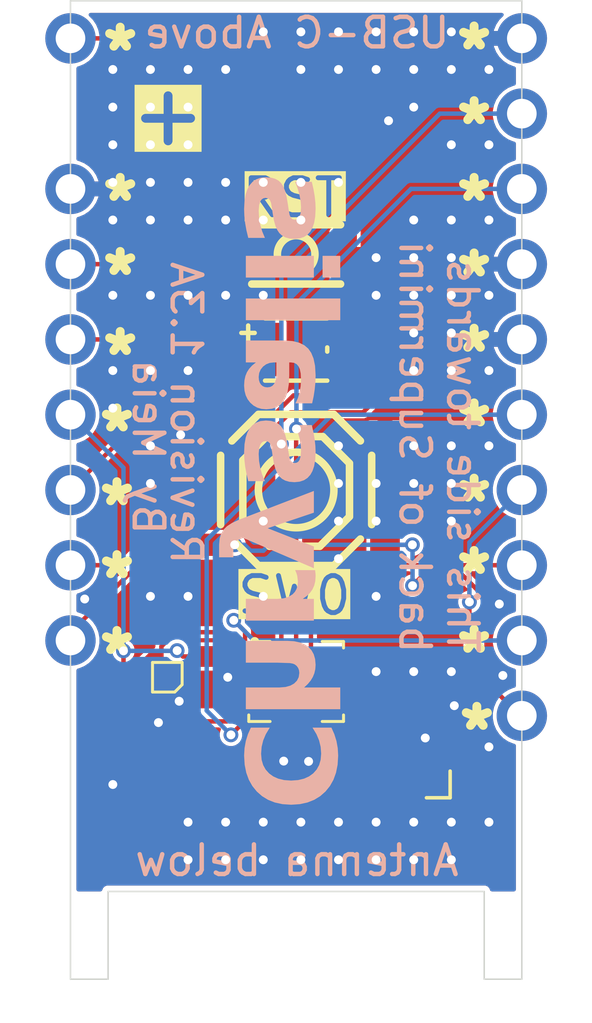
<source format=kicad_pcb>
(kicad_pcb (version 20241229) (generator "pcbnew") (generator_version "9.0")
  (layers (0 "F.Cu" signal) (2 "B.Cu" signal) (13 "F.Paste" user) (15 "B.Paste" user) (5 "F.SilkS" user "F.Silkscreen") (7 "B.SilkS" user "B.Silkscreen") (1 "F.Mask" user) (3 "B.Mask" user) (25 "Edge.Cuts" user))
  (net 0 "")
  (net 1 "MOSI")
  (net 2 "GND")
  (net 3 "MISO")
  (net 4 "INT")
  (net 5 "+VCC_GPIO")
  (net 6 "SW0")
  (net 7 "CLK_CTL")
  (net 8 "CS")
  (net 9 "SCK")
  (net 10 "RST")
  (net 11 "+BATT")
  (net 12 "CLK")
  (net 14 "SCX")
  (net 16 "SDX")
  (net 18 "+VCC")
  (net 19 "Net-(D1-BK)")
  (net 20 "Net-(D1-RK)")
  (net 21 "Net-(D1-GK)")
  (net 22 "R")
  (net 23 "G")
  (net 24 "B")
  (footprint "Chrysalis Footprints:IMU" (layer "F.Cu") (at 105 66.4625)
    (property "Reference" "U3" (hide yes))
    (property "Value" "ICM45686" (hide yes))
    (fp_line (start -1.6 1.35) (end -1.6 1.13) (stroke (width 0.1)) (layer "F.SilkS"))
    (fp_line (start -1.6 1.35) (end -0.88 1.35) (stroke (width 0.1)) (layer "F.SilkS"))
    (fp_line (start -1.4 -1.35) (end -0.88 -1.35) (stroke (width 0.1)) (layer "F.SilkS"))
    (fp_line (start 0.88 -1.35) (end 1.6 -1.35) (stroke (width 0.1)) (layer "F.SilkS"))
    (fp_line (start 1.6 -1.35) (end 1.6 -1.13) (stroke (width 0.1)) (layer "F.SilkS"))
    (fp_line (start 1.6 1.13) (end 1.6 1.35) (stroke (width 0.1)) (layer "F.SilkS"))
    (fp_line (start 1.6 1.35) (end 0.88 1.35) (stroke (width 0.1)) (layer "F.SilkS"))
    (fp_circle (center -1.4 -1.35) (end -1.3 -1.35) (stroke (width 0.1)) (fill yes) (layer "F.SilkS"))
    (pad "1" smd rect (at -1.1625 -0.75) (size 0.475 0.25) (layers "F.Cu" "F.Mask" "F.Paste") (net 3 "MISO"))
    (pad "2" smd rect (at -1.1625 -0.25) (size 0.475 0.25) (layers "F.Cu" "F.Mask" "F.Paste") (net 16 "SDX"))
    (pad "3" smd rect (at -1.1625 0.25) (size 0.475 0.25) (layers "F.Cu" "F.Mask" "F.Paste") (net 14 "SCX"))
    (pad "4" smd rect (at -1.1625 0.75) (size 0.475 0.25) (layers "F.Cu" "F.Mask" "F.Paste") (net 4 "INT"))
    (pad "5" smd rect (at -0.5 0.9125) (size 0.25 0.475) (layers "F.Cu" "F.Mask" "F.Paste") (net 5 "+VCC_GPIO"))
    (pad "6" smd rect (at 0 0.9125) (size 0.25 0.475) (layers "F.Cu" "F.Mask" "F.Paste") (net 2 "GND"))
    (pad "7" smd rect (at 0.5 0.9125) (size 0.25 0.475) (layers "F.Cu" "F.Mask" "F.Paste"))
    (pad "8" smd rect (at 1.1625 0.75) (size 0.475 0.25) (layers "F.Cu" "F.Mask" "F.Paste") (net 5 "+VCC_GPIO"))
    (pad "9" smd rect (at 1.1625 0.25) (size 0.475 0.25) (layers "F.Cu" "F.Mask" "F.Paste") (net 12 "CLK"))
    (pad "10" smd rect (at 1.1625 -0.25) (size 0.475 0.25) (layers "F.Cu" "F.Mask" "F.Paste"))
    (pad "11" smd rect (at 1.1625 -0.75) (size 0.475 0.25) (layers "F.Cu" "F.Mask" "F.Paste"))
    (pad "12" smd rect (at 0.5 -0.9125) (size 0.25 0.475) (layers "F.Cu" "F.Mask" "F.Paste") (net 8 "CS"))
    (pad "13" smd rect (at 0 -0.9125) (size 0.25 0.475) (layers "F.Cu" "F.Mask" "F.Paste") (net 9 "SCK"))
    (pad "14" smd rect (at -0.5 -0.9125) (size 0.25 0.475) (layers "F.Cu" "F.Mask" "F.Paste") (net 1 "MOSI"))
    (zone (net 0) (net_name "") (layer "F.Cu") (connect_pads (clearance 0)) (min_thickness 0.25)
      (keepout (tracks allowed) (vias allowed) (pads allowed) (copperpour not_allowed) (footprints allowed))
      (fill (thermal_gap 0.5) (thermal_bridge_width 0.5))
      (polygon (pts (xy 106.55 65.1625) (xy 106.55 67.7625) (xy 103.45 67.7625) (xy 103.45 65.1625)))
    )
  )
  (footprint "Chrysalis Footprints:LOGO" (layer "F.Cu") (at 99.16 71.6)
    (property "Reference" "REF**" (hide yes))
    (property "Value" "LOGO" (hide yes))
  )
  (footprint "Chrysalis Footprints:R_0402" (layer "F.Cu") (at 106.85 54.21 -90)
    (property "Reference" "R2" (hide yes))
    (property "Value" "10k" (hide yes))
    (pad "1" smd rect (at -0.5 0 270) (size 0.6 0.7) (layers "F.Cu" "F.Mask" "F.Paste") (net 23 "G"))
    (pad "2" smd rect (at 0.5 0 270) (size 0.6 0.7) (layers "F.Cu" "F.Mask" "F.Paste") (net 21 "Net-(D1-GK)"))
  )
  (footprint "Chrysalis Footprints:C_0603" (layer "F.Cu") (at 101.95 66.32 -90)
    (property "Reference" "C3" (hide yes))
    (property "Value" "2.2uF" (hide yes))
    (pad "1" smd rect (at -0.7 0 270) (size 0.7 1) (layers "F.Cu" "F.Mask" "F.Paste") (net 5 "+VCC_GPIO"))
    (pad "2" smd rect (at 0.7 0 270) (size 0.7 1) (layers "F.Cu" "F.Mask" "F.Paste") (net 2 "GND"))
  )
  (footprint "Chrysalis Footprints:R_0402" (layer "F.Cu") (at 106.85 56.31 90)
    (property "Reference" "R1" (hide yes))
    (property "Value" "10k" (hide yes))
    (pad "1" smd rect (at -0.5 0 90) (size 0.6 0.7) (layers "F.Cu" "F.Mask" "F.Paste") (net 22 "R"))
    (pad "2" smd rect (at 0.5 0 90) (size 0.6 0.7) (layers "F.Cu" "F.Mask" "F.Paste") (net 20 "Net-(D1-RK)"))
  )
  (footprint "Chrysalis Footprints:R_0402" (layer "F.Cu") (at 103.15 56.31 90)
    (property "Reference" "R3" (hide yes))
    (property "Value" "10k" (hide yes))
    (pad "1" smd rect (at -0.5 0 90) (size 0.6 0.7) (layers "F.Cu" "F.Mask" "F.Paste") (net 24 "B"))
    (pad "2" smd rect (at 0.5 0 90) (size 0.6 0.7) (layers "F.Cu" "F.Mask" "F.Paste") (net 19 "Net-(D1-BK)"))
  )
  (footprint "Chrysalis Footprints:Bat_Pads" (layer "F.Cu") (at 104.97 47.495)
    (property "Reference" "BT1" (hide yes))
    (property "Value" "BAT_PADS" (hide yes))
    (pad "1" smd roundrect (at -1.5 0) (size 2.5 2.5) (layers "F.Cu" "F.Mask" "F.Paste") (roundrect_rratio 0.1) (net 11 "+BATT"))
    (pad "2" smd roundrect (at 1.5 0) (size 2.5 2.5) (layers "F.Cu" "F.Mask" "F.Paste") (roundrect_rratio 0.1) (net 2 "GND"))
  )
  (footprint "Chrysalis Footprints:LED-ARRAY-SMD_4P-L2.1-W2.1-TL_NH-B2020RGBA" (layer "F.Cu") (at 105 55.26 180)
    (property "Reference" "D1" (hide yes))
    (property "Value" "RGB1" (hide yes))
    (fp_line (start 1.61999 0.310008) (end 1.61999 0.810008) (stroke (width 0.150013)) (layer "F.SilkS"))
    (fp_line (start 1.399975 0.55997) (end 1.849936 0.55997) (stroke (width 0.150013)) (layer "F.SilkS"))
    (fp_line (start 1.049987 -0.070892) (end 1.050013 0.070892) (stroke (width 0.150013)) (layer "F.SilkS"))
    (fp_line (start -1.049987 1.049987) (end 1.050013 1.049987) (stroke (width 0.150013)) (layer "F.SilkS"))
    (fp_line (start -1.049987 -0.070892) (end -1.050013 0.070892) (stroke (width 0.150013)) (layer "F.SilkS"))
    (fp_line (start -1.049987 -1.049987) (end 1.050013 -1.049987) (stroke (width 0.150013)) (layer "F.SilkS"))
    (fp_circle (center -1.050013 -1.050013) (end -1.020015 -1.050013) (stroke (width 0.059995)) (fill no) (layer "F.SilkS"))
    (pad "1" smd rect (at -0.849886 -0.549911 180) (size 0.8 0.7) (layers "F.Cu" "F.Mask" "F.Paste") (net 20 "Net-(D1-RK)"))
    (pad "2" smd rect (at 0.849886 -0.549911 180) (size 0.8 0.7) (layers "F.Cu" "F.Mask" "F.Paste") (net 19 "Net-(D1-BK)"))
    (pad "3" smd rect (at 0.849886 0.549911 180) (size 0.8 0.7) (layers "F.Cu" "F.Mask" "F.Paste") (net 18 "+VCC"))
    (pad "4" smd rect (at -0.849886 0.549911 180) (size 0.8 0.7) (layers "F.Cu" "F.Mask" "F.Paste") (net 21 "Net-(D1-GK)"))
  )
  (footprint "Chrysalis Footprints:R_0402" (layer "F.Cu") (at 100.17 69.07 -90)
    (property "Reference" "R5" (hide yes))
    (property "Value" "10k" (hide yes))
    (pad "1" smd rect (at -0.5 0 270) (size 0.6 0.7) (layers "F.Cu" "F.Mask" "F.Paste") (net 16 "SDX"))
    (pad "2" smd rect (at 0.5 0 270) (size 0.6 0.7) (layers "F.Cu" "F.Mask" "F.Paste") (net 5 "+VCC_GPIO"))
  )
  (footprint "Chrysalis Footprints:QMC6309" (layer "F.Cu") (at 100.65 66.32)
    (property "Reference" "U4" (hide yes))
    (property "Value" "QMC6309" (hide yes))
    (fp_line (start -0.5 -0.5) (end 0.5 -0.5) (stroke (width 0.1)) (layer "F.SilkS"))
    (fp_line (start -0.5 0.5) (end -0.5 -0.5) (stroke (width 0.1)) (layer "F.SilkS"))
    (fp_line (start 0.25 0.5) (end -0.5 0.5) (stroke (width 0.1)) (layer "F.SilkS"))
    (fp_line (start 0.5 -0.5) (end 0.5 0.25) (stroke (width 0.1)) (layer "F.SilkS"))
    (fp_line (start 0.5 0.25) (end 0.25 0.5) (stroke (width 0.1)) (layer "F.SilkS"))
    (pad "A1" smd circle (at 0.2 0.2) (size 0.2 0.2) (layers "F.Cu" "F.Mask" "F.Paste") (net 2 "GND"))
    (pad "A2" smd circle (at -0.2 0.2) (size 0.2 0.2) (layers "F.Cu" "F.Mask" "F.Paste") (net 14 "SCX"))
    (pad "B1" smd circle (at 0.2 -0.2) (size 0.2 0.2) (layers "F.Cu" "F.Mask" "F.Paste") (net 5 "+VCC_GPIO"))
    (pad "B2" smd circle (at -0.2 -0.2) (size 0.2 0.2) (layers "F.Cu" "F.Mask" "F.Paste") (net 16 "SDX"))
    (zone (net 0) (net_name "") (layer "F.Cu") (connect_pads (clearance 0)) (min_thickness 0.25)
      (keepout (tracks allowed) (vias allowed) (pads allowed) (copperpour not_allowed) (footprints allowed))
      (fill (thermal_gap 0.5) (thermal_bridge_width 0.5))
      (polygon (pts (xy 100.1 65.77) (xy 101.2 65.77) (xy 101.2 66.87) (xy 100.1 66.87)))
    )
  )
  (footprint "Chrysalis Footprints:R_0402" (layer "F.Cu") (at 101.13 69.07 -90)
    (property "Reference" "R4" (hide yes))
    (property "Value" "10k" (hide yes))
    (pad "1" smd rect (at -0.5 0 270) (size 0.6 0.7) (layers "F.Cu" "F.Mask" "F.Paste") (net 14 "SCX"))
    (pad "2" smd rect (at 0.5 0 270) (size 0.6 0.7) (layers "F.Cu" "F.Mask" "F.Paste") (net 5 "+VCC_GPIO"))
  )
  (footprint "Chrysalis Footprints:SW-SMD_4P-L5.1-W5.1-P3.70-LS6.5-TL_H1.5" (layer "F.Cu") (at 105 60)
    (property "Reference" "SW1" (hide yes))
    (property "Value" "SW0" (hide yes))
    (fp_line (start -2.550165 -1.168402) (end -2.550165 1.168402) (stroke (width 0.254001)) (layer "F.SilkS"))
    (fp_line (start -2.170155 1.655093) (end -1.275083 2.550165) (stroke (width 0.254001)) (layer "F.SilkS"))
    (fp_line (start -1.800864 -1.000762) (end -1.000762 -1.800864) (stroke (width 0.254001)) (layer "F.SilkS"))
    (fp_line (start -1.800864 0.998222) (end -1.800864 -1.000762) (stroke (width 0.254001)) (layer "F.SilkS"))
    (fp_line (start -1.275083 -2.550165) (end -2.170155 -1.655093) (stroke (width 0.254001)) (layer "F.SilkS"))
    (fp_line (start -1.275083 -2.550165) (end 1.275083 -2.550165) (stroke (width 0.254001)) (layer "F.SilkS"))
    (fp_line (start -1.275083 2.550165) (end 1.275083 2.550165) (stroke (width 0.254001)) (layer "F.SilkS"))
    (fp_line (start -1.000762 -1.800864) (end 0.899162 -1.800864) (stroke (width 0.254001)) (layer "F.SilkS"))
    (fp_line (start -0.899162 1.899924) (end -1.800864 0.998222) (stroke (width 0.254001)) (layer "F.SilkS"))
    (fp_line (start 0.800102 1.899924) (end -0.899162 1.899924) (stroke (width 0.254001)) (layer "F.SilkS"))
    (fp_line (start 0.899162 -1.800864) (end 1.800864 -0.899162) (stroke (width 0.254001)) (layer "F.SilkS"))
    (fp_line (start 1.275083 -2.550165) (end 2.170155 -1.655093) (stroke (width 0.254001)) (layer "F.SilkS"))
    (fp_line (start 1.800864 -0.899162) (end 1.800864 0.899162) (stroke (width 0.254001)) (layer "F.SilkS"))
    (fp_line (start 1.800864 0.899162) (end 0.800102 1.899924) (stroke (width 0.254001)) (layer "F.SilkS"))
    (fp_line (start 2.170155 1.655093) (end 1.275083 2.550165) (stroke (width 0.254001)) (layer "F.SilkS"))
    (fp_line (start 2.550165 -1.168402) (end 2.550165 1.168402) (stroke (width 0.254001)) (layer "F.SilkS"))
    (fp_circle (center 0 0) (end 1.275083 0) (stroke (width 0.254001)) (fill no) (layer "F.SilkS"))
    (pad "1" smd rect (at -3 -1.849886) (size 1 0.750013) (layers "F.Cu" "F.Mask" "F.Paste") (net 2 "GND"))
    (pad "1" smd rect (at 3 -1.849886) (size 1 0.750013) (layers "F.Cu" "F.Mask" "F.Paste") (net 2 "GND"))
    (pad "2" smd rect (at -3 1.849886) (size 1 0.750013) (layers "F.Cu" "F.Mask" "F.Paste") (net 6 "SW0"))
    (pad "2" smd rect (at 3 1.849886) (size 1 0.750013) (layers "F.Cu" "F.Mask" "F.Paste") (net 6 "SW0"))
  )
  (footprint "Chrysalis Footprints:C_0402" (layer "F.Cu") (at 104.08 68.542)
    (property "Reference" "C1" (hide yes))
    (property "Value" "100nF" (hide yes))
    (pad "1" smd rect (at -0.5 0) (size 0.6 0.7) (layers "F.Cu" "F.Mask" "F.Paste") (net 5 "+VCC_GPIO"))
    (pad "2" smd rect (at 0.5 0) (size 0.6 0.7) (layers "F.Cu" "F.Mask" "F.Paste") (net 2 "GND"))
  )
  (footprint "Chrysalis Footprints:CLK" (layer "F.Cu") (at 108.55 68.3875 90)
    (property "Reference" "U1" (hide yes))
    (property "Value" "1532H" (hide yes))
    (fp_line (start -2 0.85) (end -2 1.65) (stroke (width 0.12)) (layer "F.SilkS"))
    (fp_line (start -2 1.65) (end -1.1 1.65) (stroke (width 0.12)) (layer "F.SilkS"))
    (pad "1" smd rect (at -1.1 0.85 90) (size 1.4 1.2) (layers "F.Cu" "F.Mask" "F.Paste") (net 7 "CLK_CTL"))
    (pad "2" smd rect (at 1.1 0.85 90) (size 1.4 1.2) (layers "F.Cu" "F.Mask" "F.Paste") (net 2 "GND"))
    (pad "3" smd rect (at 1.1 -0.85 90) (size 1.4 1.2) (layers "F.Cu" "F.Mask" "F.Paste") (net 12 "CLK"))
    (pad "4" smd rect (at -1.1 -0.85 90) (size 1.4 1.2) (layers "F.Cu" "F.Mask" "F.Paste") (net 5 "+VCC_GPIO"))
  )
  (footprint "Chrysalis Footprints:SW-SMD_L3.0-W2.0-LS3.5" (layer "F.Cu") (at 105 52.05 180)
    (property "Reference" "SW2" (hide yes))
    (property "Value" "RST" (hide yes))
    (fp_line (start 1.499492 -1.000025) (end -1.500533 -1.000025) (stroke (width 0.254001)) (layer "F.SilkS"))
    (fp_line (start -1.500508 0.999975) (end 1.499492 0.999975) (stroke (width 0.254001)) (layer "F.SilkS"))
    (fp_circle (center -0.000508 0) (end 0.634493 0) (stroke (width 0.254001)) (fill no) (layer "F.SilkS"))
    (pad "1" smd rect (at -1.650495 0 180) (size 0.8 1.524003) (layers "F.Cu" "F.Mask" "F.Paste") (net 2 "GND"))
    (pad "2" smd rect (at 1.650495 0 180) (size 0.8 1.524003) (layers "F.Cu" "F.Mask" "F.Paste") (net 10 "RST"))
  )
  (footprint "Chrysalis Footprints:C_0402" (layer "F.Cu") (at 105.92 68.542)
    (property "Reference" "C2" (hide yes))
    (property "Value" "100nF" (hide yes))
    (pad "1" smd rect (at -0.5 0) (size 0.6 0.7) (layers "F.Cu" "F.Mask" "F.Paste") (net 2 "GND"))
    (pad "2" smd rect (at 0.5 0) (size 0.6 0.7) (layers "F.Cu" "F.Mask" "F.Paste") (net 5 "+VCC_GPIO"))
  )
  (footprint "Chrysalis Footprints:Supermini nRF52840" (layer "B.Cu") (at 105 60 180)
    (property "Reference" "U2" (hide yes))
    (property "Value" "Supermini nRF52840" (hide yes))
    (fp_line (start 7.62 16.51) (end 7.62 -16.51) (stroke (width 0.05)) (layer "Edge.Cuts"))
    (fp_line (start 7.62 -16.51) (end 6.35 -16.51) (stroke (width 0.05)) (layer "Edge.Cuts"))
    (fp_line (start 6.35 -13.55) (end 6.35 -16.51) (stroke (width 0.05)) (layer "Edge.Cuts"))
    (fp_line (start -6.35 -13.55) (end 6.35 -13.55) (stroke (width 0.05)) (layer "Edge.Cuts"))
    (fp_line (start -6.35 -16.51) (end -6.35 -13.55) (stroke (width 0.05)) (layer "Edge.Cuts"))
    (fp_line (start -6.35 -16.51) (end -7.62 -16.51) (stroke (width 0.05)) (layer "Edge.Cuts"))
    (fp_line (start -7.62 16.51) (end 7.62 16.51) (stroke (width 0.05)) (layer "Edge.Cuts"))
    (fp_line (start -7.62 16.51) (end -7.62 -16.51) (stroke (width 0.05)) (layer "Edge.Cuts"))
    (pad "1" thru_hole oval (at -7.62 15.24 180) (size 1.7 1.7) (drill 1) (layers "*.Cu" "*.Mask") (net 2 "GND"))
    (pad "2" thru_hole oval (at -7.62 12.7 180) (size 1.7 1.7) (drill 1) (layers "*.Cu" "*.Mask") (net 1 "MOSI"))
    (pad "3" thru_hole oval (at -7.62 10.16 180) (size 1.7 1.7) (drill 1) (layers "*.Cu" "*.Mask") (net 9 "SCK"))
    (pad "4" thru_hole oval (at -7.62 7.62 180) (size 1.7 1.7) (drill 1) (layers "*.Cu" "*.Mask") (net 2 "GND"))
    (pad "5" thru_hole oval (at -7.62 5.08 180) (size 1.7 1.7) (drill 1) (layers "*.Cu" "*.Mask") (net 2 "GND"))
    (pad "6" thru_hole oval (at -7.62 2.54 180) (size 1.7 1.7) (drill 1) (layers "*.Cu" "*.Mask") (net 4 "INT"))
    (pad "7" thru_hole oval (at -7.62 0 180) (size 1.7 1.7) (drill 1) (layers "*.Cu" "*.Mask") (net 7 "CLK_CTL"))
    (pad "8" thru_hole oval (at -7.62 -2.54 180) (size 1.7 1.7) (drill 1) (layers "*.Cu" "*.Mask") (net 8 "CS"))
    (pad "9" thru_hole oval (at -7.62 -5.08 180) (size 1.7 1.7) (drill 1) (layers "*.Cu" "*.Mask") (net 3 "MISO"))
    (pad "10" thru_hole oval (at -7.62 -7.62 180) (size 1.7 1.7) (drill 1) (layers "*.Cu" "*.Mask") (net 6 "SW0"))
    (pad "14" thru_hole oval (at 7.62 15.24 180) (size 1.7 1.7) (drill 1) (layers "*.Cu" "*.Mask") (net 11 "+BATT"))
    (pad "16" thru_hole oval (at 7.62 10.16 180) (size 1.7 1.7) (drill 1) (layers "*.Cu" "*.Mask") (net 2 "GND"))
    (pad "17" thru_hole oval (at 7.62 7.62 180) (size 1.7 1.7) (drill 1) (layers "*.Cu" "*.Mask") (net 10 "RST"))
    (pad "18" thru_hole oval (at 7.62 5.08 180) (size 1.7 1.7) (drill 1) (layers "*.Cu" "*.Mask") (net 18 "+VCC"))
    (pad "19" thru_hole oval (at 7.62 2.54 180) (size 1.7 1.7) (drill 1) (layers "*.Cu" "*.Mask") (net 5 "+VCC_GPIO"))
    (pad "20" thru_hole oval (at 7.62 0 180) (size 1.7 1.7) (drill 1) (layers "*.Cu" "*.Mask") (net 24 "B"))
    (pad "21" thru_hole oval (at 7.62 -2.54 180) (size 1.7 1.7) (drill 1) (layers "*.Cu" "*.Mask") (net 22 "R"))
    (pad "22" thru_hole oval (at 7.62 -5.08 180) (size 1.7 1.7) (drill 1) (layers "*.Cu" "*.Mask") (net 23 "G"))
    (zone (net 0) (net_name "") (layers "F.Cu" "B.Cu") (connect_pads (clearance 0)) (min_thickness 0.25)
      (keepout (tracks allowed) (vias allowed) (pads allowed) (copperpour not_allowed) (footprints allowed))
      (fill (thermal_gap 0.5) (thermal_bridge_width 0.5))
      (polygon (pts (xy 113.89 76.51) (xy 96.11 76.51) (xy 96.11 73.55) (xy 113.89 73.55)))
    )
  )
  (gr_text "+" (at 99.24 48.48 0) (layer "F.SilkS" knockout) (effects (font (size 2 2) (thickness 0.3)) (justify left bottom)))
  (gr_text "SW0\n" (at 102.925 64.3 0) (layer "F.SilkS" knockout) (effects (font (size 1.25 1.25) (thickness 0.166)) (justify left bottom)))
  (gr_text "*" (at 98.18 61.42 0) (layer "F.SilkS") (effects (font (size 1.5 1.5) (thickness 0.3) (bold yes)) (justify left bottom)))
  (gr_text "*" (at 110.24 56.24 0) (layer "F.SilkS") (effects (font (size 1.5 1.5) (thickness 0.3) (bold yes)) (justify left bottom)))
  (gr_text "RST" (at 103.075 50.875 0) (layer "F.SilkS" knockout) (effects (font (size 1.25 1.25) (thickness 0.166)) (justify left bottom)))
  (gr_text "*" (at 98.29 51.15 0) (layer "F.SilkS") (effects (font (size 1.5 1.5) (thickness 0.3) (bold yes)) (justify left bottom)))
  (gr_text "*" (at 110.24 48.56 0) (layer "F.SilkS") (effects (font (size 1.5 1.5) (thickness 0.3) (bold yes)) (justify left bottom)))
  (gr_text "*" (at 110.24 46.04 0) (layer "F.SilkS") (effects (font (size 1.5 1.5) (thickness 0.3) (bold yes)) (justify left bottom)))
  (gr_text "*" (at 110.24 58.76 0) (layer "F.SilkS") (effects (font (size 1.5 1.5) (thickness 0.3) (bold yes)) (justify left bottom)))
  (gr_text "*" (at 98.18 63.88 0) (layer "F.SilkS") (effects (font (size 1.5 1.5) (thickness 0.3) (bold yes)) (justify left bottom)))
  (gr_text "*" (at 110.24 61.3 0) (layer "F.SilkS") (effects (font (size 1.5 1.5) (thickness 0.3) (bold yes)) (justify left bottom)))
  (gr_text "*" (at 98.29 56.35 0) (layer "F.SilkS") (effects (font (size 1.5 1.5) (thickness 0.3) (bold yes)) (justify left bottom)))
  (gr_text "*" (at 110.3325 69 0) (layer "F.SilkS") (effects (font (size 1.5 1.5) (thickness 0.3) (bold yes)) (justify left bottom)))
  (gr_text "*" (at 110.24 66.4 0) (layer "F.SilkS") (effects (font (size 1.5 1.5) (thickness 0.3) (bold yes)) (justify left bottom)))
  (gr_text "*" (at 110.24 51.15 0) (layer "F.SilkS") (effects (font (size 1.5 1.5) (thickness 0.3) (bold yes)) (justify left bottom)))
  (gr_text "*" (at 98.18 58.93 0) (layer "F.SilkS") (effects (font (size 1.5 1.5) (thickness 0.3) (bold yes)) (justify left bottom)))
  (gr_text "*" (at 98.18 66.44 0) (layer "F.SilkS") (effects (font (size 1.5 1.5) (thickness 0.3) (bold yes)) (justify left bottom)))
  (gr_text "*" (at 98.29 46.08 0) (layer "F.SilkS") (effects (font (size 1.5 1.5) (thickness 0.3) (bold yes)) (justify left bottom)))
  (gr_text "*" (at 110.24 63.74 0) (layer "F.SilkS") (effects (font (size 1.5 1.5) (thickness 0.3) (bold yes)) (justify left bottom)))
  (gr_text "*" (at 98.29 53.65 0) (layer "F.SilkS") (effects (font (size 1.5 1.5) (thickness 0.3) (bold yes)) (justify left bottom)))
  (gr_text "*" (at 110.24 53.7 0) (layer "F.SilkS") (effects (font (size 1.5 1.5) (thickness 0.3) (bold yes)) (justify left bottom)))
  (gr_text "Revision 1.3A" (at 100.7 62.597381 270) (layer "B.SilkS") (effects (font (size 1 1)) (justify left bottom mirror)))
  (gr_text "USB-C Above" (at 110.267858 45.16 0) (layer "B.SilkS") (effects (font (size 1 1)) (justify left bottom mirror)))
  (gr_text "This side towards\nback of Supermini" (at 108.425 65.597382 270) (layer "B.SilkS") (effects (font (size 1 1)) (justify left bottom mirror)))
  (gr_text "Antenna below" (at 110.577382 73.09 0) (layer "B.SilkS") (effects (font (size 1 1)) (justify left bottom mirror)))
  (gr_text "Chrysalis" (at 102.790912 70.831624 270) (layer "B.SilkS") (effects (font (size 3 3) (thickness 0.375) (bold yes)) (justify left bottom mirror)))
  (gr_text "By Meia" (at 99.42 61.597381 270) (layer "B.SilkS") (effects (font (size 1 1)) (justify left bottom mirror)))
  (segment (start 104.5 65.55) (end 104.5 58.45) (width 0.15) (layer "F.Cu") (net 1))
  (segment (start 112.62 47.89) (end 112.62 47.3) (width 0.15) (layer "F.Cu") (net 1))
  (via (at 104.5 58.45) (size 0.5) (drill 0.3) (layers "F.Cu" "B.Cu") (net 1))
  (segment (start 104.5 52.65) (end 109.85 47.3) (width 0.15) (layer "B.Cu") (net 1))
  (segment (start 109.85 47.3) (end 112.62 47.3) (width 0.15) (layer "B.Cu") (net 1))
  (segment (start 104.5 58.45) (end 104.5 52.65) (width 0.15) (layer "B.Cu") (net 1))
  (segment (start 105 67.92) (end 105.01 67.93) (width 0.15) (layer "F.Cu") (net 2))
  (segment (start 105 67.375) (end 105 67.92) (width 0.15) (layer "F.Cu") (net 2))
  (segment (start 100.85 66.52) (end 101.45 66.52) (width 0.15) (layer "F.Cu") (net 2))
  (segment (start 101.45 66.52) (end 101.95 67.02) (width 0.15) (layer "F.Cu") (net 2))
  (via (at 111.51 48.35) (size 0.5) (drill 0.3) (layers "F.Cu" "B.Cu") (net 2))
  (via (at 101.35 71.21) (size 0.5) (drill 0.3) (layers "F.Cu" "B.Cu") (net 2))
  (via (at 100.08 58.51) (size 0.5) (drill 0.3) (layers "F.Cu" "B.Cu") (net 2))
  (via (at 102.69 66.32) (size 0.5) (drill 0.3) (layers "F.Cu" "B.Cu") (net 2))
  (via (at 110.24 52.16) (size 0.5) (drill 0.3) (layers "F.Cu" "B.Cu") (net 2))
  (via (at 111.98 66.26) (size 0.5) (drill 0.3) (layers "F.Cu" "B.Cu") (net 2))
  (via (at 110.24 54.7) (size 0.5) (drill 0.3) (layers "F.Cu" "B.Cu") (net 2))
  (via (at 106.43 59.78) (size 0.5) (drill 0.3) (layers "F.Cu" "B.Cu") (net 2))
  (via (at 101.35 45.81) (size 0.5) (drill 0.3) (layers "F.Cu" "B.Cu") (net 2))
  (via (at 108.97 47.08) (size 0.5) (drill 0.3) (layers "F.Cu" "B.Cu") (net 2))
  (via (at 107.7 52.16) (size 0.5) (drill 0.3) (layers "F.Cu" "B.Cu") (net 2))
  (via (at 98.81 57.24) (size 0.5) (drill 0.3) (layers "F.Cu" "B.Cu") (net 2))
  (via (at 110.24 61.05) (size 0.5) (drill 0.3) (layers "F.Cu" "B.Cu") (net 2))
  (via (at 110.24 58.51) (size 0.5) (drill 0.3) (layers "F.Cu" "B.Cu") (net 2))
  (via (at 102.62 50.89) (size 0.5) (drill 0.3) (layers "F.Cu" "B.Cu") (net 2))
  (via (at 107.7 72.48) (size 0.5) (drill 0.3) (layers "F.Cu" "B.Cu") (net 2))
  (via (at 100.08 49.62) (size 0.5) (drill 0.3) (layers "F.Cu" "B.Cu") (net 2))
  (via (at 106.43 72.48) (size 0.5) (drill 0.3) (layers "F.Cu" "B.Cu") (net 2))
  (via (at 106.43 49.62) (size 0.5) (drill 0.3) (layers "F.Cu" "B.Cu") (net 2))
  (via (at 100.08 48.35) (size 0.5) (drill 0.3) (layers "F.Cu" "B.Cu") (net 2))
  (via (at 101.35 72.48) (size 0.5) (drill 0.3) (layers "F.Cu" "B.Cu") (net 2))
  (via (at 97.86 63.68) (size 0.5) (drill 0.3) (layers "F.Cu" "B.Cu") (net 2))
  (via (at 106.43 71.21) (size 0.5) (drill 0.3) (layers "F.Cu" "B.Cu") (net 2))
  (via (at 110.24 66.13) (size 0.5) (drill 0.3) (layers "F.Cu" "B.Cu") (net 2))
  (via (at 103.89 61.05) (size 0.5) (drill 0.3) (layers "F.Cu" "B.Cu") (net 2))
  (via (at 101.35 47.08) (size 0.5) (drill 0.3) (layers "F.Cu" "B.Cu") (net 2))
  (via (at 107.7 71.21) (size 0.5) (drill 0.3) (layers "F.Cu" "B.Cu") (net 2))
  (via (at 108.97 72.48) (size 0.5) (drill 0.3) (layers "F.Cu" "B.Cu") (net 2))
  (via (at 103.89 50.89) (size 0.5) (drill 0.3) (layers "F.Cu" "B.Cu") (net 2))
  (via (at 107.7 59.78) (size 0.5) (drill 0.3) (layers "F.Cu" "B.Cu") (net 2))
  (via (at 105.16 49.62) (size 0.5) (drill 0.3) (layers "F.Cu" "B.Cu") (net 2))
  (via (at 101.35 53.43) (size 0.5) (drill 0.3) (layers "F.Cu" "B.Cu") (net 2))
  (via (at 102.62 71.21) (size 0.5) (drill 0.3) (layers "F.Cu" "B.Cu") (net 2))
  (via (at 100.08 59.78) (size 0.5) (drill 0.3) (layers "F.Cu" "B.Cu") (net 2))
  (via (at 100.08 50.89) (size 0.5) (drill 0.3) (layers "F.Cu" "B.Cu") (net 2))
  (via (at 111.51 71.21) (size 0.5) (drill 0.3) (layers "F.Cu" "B.Cu") (net 2))
  (via (at 108.97 55.97) (size 0.5) (drill 0.3) (layers "F.Cu" "B.Cu") (net 2))
  (via (at 110.24 44.54) (size 0.5) (drill 0.3) (layers "F.Cu" "B.Cu") (net 2))
  (via (at 105.16 72.48) (size 0.5) (drill 0.3) (layers "F.Cu" "B.Cu") (net 2))
  (via (at 102.62 72.48) (size 0.5) (drill 0.3) (layers "F.Cu" "B.Cu") (net 2))
  (via (at 98.81 50.89) (size 0.5) (drill 0.3) (layers "F.Cu" "B.Cu") (net 2))
  (via (at 98.81 49.62) (size 0.5) (drill 0.3) (layers "F.Cu" "B.Cu") (net 2))
  (via (at 102.62 49.62) (size 0.5) (drill 0.3) (layers "F.Cu" "B.Cu") (net 2))
  (via (at 108.97 50.89) (size 0.5) (drill 0.3) (layers "F.Cu" "B.Cu") (net 2))
  (via (at 110.24 53.43) (size 0.5) (drill 0.3) (layers "F.Cu" "B.Cu") (net 2))
  (via (at 100.35 67.85) (size 0.5) (drill 0.3) (layers "F.Cu" "B.Cu") (net 2))
  (via (at 105.16 45.81) (size 0.5) (drill 0.3) (layers "F.Cu" "B.Cu") (net 2))
  (via (at 98.81 45.81) (size 0.5) (drill 0.3) (layers "F.Cu" "B.Cu") (net 2))
  (via (at 103.89 49.62) (size 0.5) (drill 0.3) (layers "F.Cu" "B.Cu") (net 2))
  (via (at 98.81 55.97) (size 0.5) (drill 0.3) (layers "F.Cu" "B.Cu") (net 2))
  (via (at 100.08 53.43) (size 0.5) (drill 0.3) (layers "F.Cu" "B.Cu") (net 2))
  (via (at 105.42 69.16) (size 0.5) (drill 0.3) (layers "F.Cu" "B.Cu") (net 2))
  (via (at 103.89 63.59) (size 0.5) (drill 0.3) (layers "F.Cu" "B.Cu") (net 2))
  (via (at 108.97 44.54) (size 0.5) (drill 0.3) (layers "F.Cu" "B.Cu") (net 2))
  (via (at 108.97 53.43) (size 0.5) (drill 0.3) (layers "F.Cu" "B.Cu") (net 2))
  (via (at 100.08 63.59) (size 0.5) (drill 0.3) (layers "F.Cu" "B.Cu") (net 2))
  (via (at 98.81 47.08) (size 0.5) (drill 0.3) (layers "F.Cu" "B.Cu") (net 2))
  (via (at 101.35 55.97) (size 0.5) (drill 0.3) (layers "F.Cu" "B.Cu") (net 2))
  (via (at 105.16 71.21) (size 0.5) (drill 0.3) (layers "F.Cu" "B.Cu") (net 2))
  (via (at 106.43 58.51) (size 0.5) (drill 0.3) (layers "F.Cu" "B.Cu") (net 2))
  (via (at 110.24 48.35) (size 0.5) (drill 0.3) (layers "F.Cu" "B.Cu") (net 2))
  (via (at 108.97 58.51) (size 0.5) (drill 0.3) (layers "F.Cu" "B.Cu") (net 2))
  (via (at 108.97 71.21) (size 0.5) (drill 0.3) (layers "F.Cu" "B.Cu") (net 2))
  (via (at 109.36 68.37) (size 0.5) (drill 0.3) (layers "F.Cu" "B.Cu") (net 2))
  (via (at 108.97 66.13) (size 0.5) (drill 0.3) (layers "F.Cu" "B.Cu") (net 2))
  (via (at 108.97 45.81) (size 0.5) (drill 0.3) (layers "F.Cu" "B.Cu") (net 2))
  (via (at 110.24 55.97) (size 0.5) (drill 0.3) (layers "F.Cu" "B.Cu") (net 2))
  (via (at 103.89 53.43) (size 0.5) (drill 0.3) (layers "F.Cu" "B.Cu") (net 2))
  (via (at 101.35 50.89) (size 0.5) (drill 0.3) (layers "F.Cu" "B.Cu") (net 2))
  (via (at 108.97 52.16) (size 0.5) (drill 0.3) (layers "F.Cu" "B.Cu") (net 2))
  (via (at 101.35 49.62) (size 0.5) (drill 0.3) (layers "F.Cu" "B.Cu") (net 2))
  (via (at 106.43 44.54) (size 0.5) (drill 0.3) (layers "F.Cu" "B.Cu") (net 2))
  (via (at 111.51 58.51) (size 0.5) (drill 0.3) (layers "F.Cu" "B.Cu") (net 2))
  (via (at 101.1 58.14) (size 0.5) (drill 0.3) (layers "F.Cu" "B.Cu") (net 2))
  (via (at 106.43 61.05) (size 0.5) (drill 0.3) (layers "F.Cu" "B.Cu") (net 2))
  (via (at 103.89 72.48) (size 0.5) (drill 0.3) (layers "F.Cu" "B.Cu") (net 2))
  (via (at 102.62 53.43) (size 0.5) (drill 0.3) (layers "F.Cu" "B.Cu") (net 2))
  (via (at 101.05 67.13) (size 0.5) (drill 0.3) (layers "F.Cu" "B.Cu") (net 2))
  (via (at 98.81 48.35) (size 0.5) (drill 0.3) (layers "F.Cu" "B.Cu") (net 2))
  (via (at 111.51 53.43) (size 0.5) (drill 0.3) (layers "F.Cu" "B.Cu") (net 2))
  (via (at 106.43 62.32) (size 0.5) (drill 0.3) (layers "F.Cu" "B.Cu") (net 2))
  (via (at 107.7 63.59) (size 0.5) (drill 0.3) (layers "F.Cu" "B.Cu") (net 2))
  (via (at 111.51 50.89) (size 0.5) (drill 0.3) (layers "F.Cu" "B.Cu") (net 2))
  (via (at 103.89 44.54) (size 0.5) (drill 0.3) (layers "F.Cu" "B.Cu") (net 2))
  (via (at 100.08 45.81) (size 0.5) (drill 0.3) (layers "F.Cu" "B.Cu") (net 2))
  (via (at 102.62 45.81) (size 0.5) (drill 0.3) (layers "F.Cu" "B.Cu") (net 2))
  (via (at 110.24 59.78) (size 0.5) (drill 0.3) (layers "F.Cu" "B.Cu") (net 2))
  (via (at 98.81 53.43) (size 0.5) (drill 0.3) (layers "F.Cu" "B.Cu") (net 2))
  (via (at 101.35 63.59) (size 0.5) (drill 0.3) (layers "F.Cu" "B.Cu") (net 2))
  (via (at 107.7 45.81) (size 0.5) (drill 0.3) (layers "F.Cu" "B.Cu") (net 2))
  (via (at 105.16 44.54) (size 0.5) (drill 0.3) (layers "F.Cu" "B.Cu") (net 2))
  (via (at 110.24 50.89) (size 0.5) (drill 0.3) (layers "F.Cu" "B.Cu") (net 2))
  (via (at 101.35 48.35) (size 0.5) (drill 0.3) (layers "F.Cu" "B.Cu") (net 2))
  (via (at 111.51 68.67) (size 0.5) (drill 0.3) (layers "F.Cu" "B.Cu") (net 2))
  (via (at 110.24 72.48) (size 0.5) (drill 0.3) (layers "F.Cu" "B.Cu") (net 2))
  (via (at 106.43 45.81) (size 0.5) (drill 0.3) (layers "F.Cu" "B.Cu") (net 2))
  (via (at 107.7 61.05) (size 0.5) (drill 0.3) (layers "F.Cu" "B.Cu") (net 2))
  (via (at 110.24 45.81) (size 0.5) (drill 0.3) (layers "F.Cu" "B.Cu") (net 2))
  (via (at 111.86 63.85) (size 0.5) (drill 0.3) (layers "F.Cu" "B.Cu") (net 2))
  (via (at 107.7 53.43) (size 0.5) (drill 0.3) (layers "F.Cu" "B.Cu") (net 2))
  (via (at 110.24 71.21) (size 0.5) (drill 0.3) (layers "F.Cu" "B.Cu") (net 2))
  (via (at 108.12 47.54) (size 0.5) (drill 0.3) (layers "F.Cu" "B.Cu") (net 2))
  (via (at 107.7 66.13) (size 0.5) (drill 0.3) (layers "F.Cu" "B.Cu") (net 2))
  (via (at 108.97 54.7) (size 0.5) (drill 0.3) (layers "F.Cu" "B.Cu") (net 2))
  (via (at 107.7 44.54) (size 0.5) (drill 0.3) (layers "F.Cu" "B.Cu") (net 2))
  (via (at 100.08 55.97) (size 0.5) (drill 0.3) (layers "F.Cu" "B.Cu") (net 2))
  (via (at 104.58 69.15) (size 0.5) (drill 0.3) (layers "F.Cu" "B.Cu") (net 2))
  (via (at 110.34 67.28) (size 0.5) (drill 0.3) (layers "F.Cu" "B.Cu") (net 2))
  (via (at 105.16 50.89) (size 0.5) (drill 0.3) (layers "F.Cu" "B.Cu") (net 2))
  (via (at 103.89 71.21) (size 0.5) (drill 0.3) (layers "F.Cu" "B.Cu") (net 2))
  (via (at 98.81 69.94) (size 0.5) (drill 0.3) (layers "F.Cu" "B.Cu") (net 2))
  (via (at 108.97 59.78) (size 0.5) (drill 0.3) (layers "F.Cu" "B.Cu") (net 2))
  (via (at 100.08 47.08) (size 0.5) (drill 0.3) (layers "F.Cu" "B.Cu") (net 2))
  (via (at 111.51 55.97) (size 0.5) (drill 0.3) (layers "F.Cu" "B.Cu") (net 2))
  (via (at 111.51 45.81) (size 0.5) (drill 0.3) (layers "F.Cu" "B.Cu") (net 2))
  (segment (start 103.275 64.779953) (end 102.893086 64.398039) (width 0.15) (layer "F.Cu") (net 3))
  (segment (start 103.3235 65.7125) (end 103.275 65.664) (width 0.15) (layer "F.Cu") (net 3))
  (segment (start 103.8375 65.7125) (end 103.3235 65.7125) (width 0.15) (layer "F.Cu") (net 3))
  (segment (start 103.275 65.664) (end 103.275 64.779953) (width 0.15) (layer "F.Cu") (net 3))
  (via (at 102.893086 64.398039) (size 0.5) (drill 0.3) (layers "F.Cu" "B.Cu") (net 3))
  (segment (start 103.575047 65.08) (end 112.62 65.08) (width 0.15) (layer "B.Cu") (net 3))
  (segment (start 102.893086 64.398039) (end 103.575047 65.08) (width 0.15) (layer "B.Cu") (net 3))
  (segment (start 103.8375 67.224841) (end 102.797754 68.264587) (width 0.15) (layer "F.Cu") (net 4))
  (segment (start 103.8375 67.2125) (end 103.8375 67.224841) (width 0.15) (layer "F.Cu") (net 4))
  (via (at 102.797754 68.264587) (size 0.5) (drill 0.3) (layers "F.Cu" "B.Cu") (net 4))
  (segment (start 106.21 57.46) (end 112.62 57.46) (width 0.15) (layer "B.Cu") (net 4))
  (segment (start 102.797754 68.264587) (end 101.98 67.446833) (width 0.15) (layer "B.Cu") (net 4))
  (segment (start 101.98 61.69) (end 106.21 57.46) (width 0.15) (layer "B.Cu") (net 4))
  (segment (start 101.98 67.446833) (end 101.98 61.69) (width 0.15) (layer "B.Cu") (net 4))
  (segment (start 103.58 68.11) (end 103.79 67.9) (width 0.15) (layer "F.Cu") (net 5))
  (segment (start 106.42 69.623) (end 106.42 68.542) (width 0.15) (layer "F.Cu") (net 5))
  (segment (start 103.79 67.9) (end 104.33 67.9) (width 0.15) (layer "F.Cu") (net 5))
  (segment (start 104.33 67.9) (end 104.5 67.73) (width 0.15) (layer "F.Cu") (net 5))
  (segment (start 106.42 69.623) (end 106.6845 69.623) (width 0.15) (layer "F.Cu") (net 5))
  (segment (start 99.54 69.57) (end 103.58 69.57) (width 0.15) (layer "F.Cu") (net 5))
  (segment (start 101.95 65.62) (end 101.18 65.62) (width 0.15) (layer "F.Cu") (net 5))
  (segment (start 104.5 67.73) (end 104.5 67.375) (width 0.15) (layer "F.Cu") (net 5))
  (segment (start 97.656 57.956) (end 97.656 57.46) (width 0.15) (layer "F.Cu") (net 5))
  (segment (start 100.85 66.12) (end 101.45 66.12) (width 0.15) (layer "F.Cu") (net 5))
  (segment (start 101.45 66.12) (end 101.95 65.62) (width 0.15) (layer "F.Cu") (net 5))
  (segment (start 106.6845 69.623) (end 106.82 69.4875) (width 0.15) (layer "F.Cu") (net 5))
  (segment (start 103.58 69.57) (end 103.58 68.542) (width 0.15) (layer "F.Cu") (net 5))
  (segment (start 104.339361 69.57) (end 104.392361 69.623) (width 0.15) (layer "F.Cu") (net 5))
  (segment (start 106.645537 67.285537) (end 106.645537 68.424463) (width 0.15) (layer "F.Cu") (net 5))
  (segment (start 101.18 65.62) (end 100.980876 65.420876) (width 0.15) (layer "F.Cu") (net 5))
  (segment (start 106.645537 67.285537) (end 106.5725 67.2125) (width 0.15) (layer "F.Cu") (net 5))
  (segment (start 103.58 69.57) (end 104.339361 69.57) (width 0.15) (layer "F.Cu") (net 5))
  (segment (start 104.392361 69.623) (end 106.42 69.623) (width 0.15) (layer "F.Cu") (net 5))
  (segment (start 106.5725 67.2125) (end 106.1625 67.2125) (width 0.15) (layer "F.Cu") (net 5))
  (segment (start 103.58 68.542) (end 103.58 68.11) (width 0.15) (layer "F.Cu") (net 5))
  (segment (start 106.82 69.4875) (end 107.7 69.4875) (width 0.15) (layer "F.Cu") (net 5))
  (segment (start 99.17 69.2) (end 99.54 69.57) (width 0.15) (layer "F.Cu") (net 5))
  (segment (start 99.17 65.43) (end 99.17 69.2) (width 0.15) (layer "F.Cu") (net 5))
  (via (at 100.980876 65.420876) (size 0.5) (drill 0.3) (layers "F.Cu" "B.Cu") (net 5))
  (via (at 99.17 65.43) (size 0.5) (drill 0.3) (layers "F.Cu" "B.Cu") (net 5))
  (segment (start 97.38 57.46) (end 99.17 59.25) (width 0.15) (layer "B.Cu") (net 5))
  (segment (start 100.971752 65.43) (end 100.980876 65.420876) (width 0.15) (layer "B.Cu") (net 5))
  (segment (start 99.17 59.25) (end 99.17 65.43) (width 0.15) (layer "B.Cu") (net 5))
  (segment (start 99.17 65.43) (end 100.971752 65.43) (width 0.15) (layer "B.Cu") (net 5))
  (segment (start 102.000114 61.85) (end 102 61.849886) (width 0.15) (layer "F.Cu") (net 6))
  (segment (start 108.93 63.23) (end 109.319 62.841) (width 0.15) (layer "F.Cu") (net 6))
  (segment (start 111.151 64.152166) (end 111.151 66.21) (width 0.15) (layer "F.Cu") (net 6))
  (segment (start 102.925 61.85) (end 102.000114 61.85) (width 0.15) (layer "F.Cu") (net 6))
  (segment (start 111.326 63.582834) (end 111.326 63.977166) (width 0.15) (layer "F.Cu") (net 6))
  (segment (start 109.319 62.841) (end 110.584166 62.841) (width 0.15) (layer "F.Cu") (net 6))
  (segment (start 110.584166 62.841) (end 111.326 63.582834) (width 0.15) (layer "F.Cu") (net 6))
  (segment (start 111.16 66.21) (end 112.344 67.394) (width 0.15) (layer "F.Cu") (net 6))
  (segment (start 108.925 61.85) (end 108.000114 61.85) (width 0.15) (layer "F.Cu") (net 6))
  (segment (start 111.151 66.21) (end 111.16 66.21) (width 0.15) (layer "F.Cu") (net 6))
  (segment (start 108.000114 61.85) (end 108 61.849886) (width 0.15) (layer "F.Cu") (net 6))
  (segment (start 111.326 63.977166) (end 111.151 64.152166) (width 0.15) (layer "F.Cu") (net 6))
  (via (at 108.925 61.85) (size 0.5) (drill 0.3) (layers "F.Cu" "B.Cu") (net 6))
  (via (at 108.93 63.23) (size 0.5) (drill 0.3) (layers "F.Cu" "B.Cu") (net 6))
  (via (at 102.925 61.85) (size 0.5) (drill 0.3) (layers "F.Cu" "B.Cu") (net 6))
  (segment (start 103.457537 62.05) (end 103.257537 61.85) (width 0.15) (layer "B.Cu") (net 6))
  (segment (start 103.892463 62.05) (end 103.457537 62.05) (width 0.15) (layer "B.Cu") (net 6))
  (segment (start 108.93 63.23) (end 108.93 61.855) (width 0.15) (layer "B.Cu") (net 6))
  (segment (start 108.98 63.18) (end 108.93 63.23) (width 0.15) (layer "B.Cu") (net 6))
  (segment (start 103.257537 61.85) (end 102.925 61.85) (width 0.15) (layer "B.Cu") (net 6))
  (segment (start 108.93 61.855) (end 108.925 61.85) (width 0.15) (layer "B.Cu") (net 6))
  (segment (start 104.092463 61.85) (end 103.892463 62.05) (width 0.15) (layer "B.Cu") (net 6))
  (segment (start 108.925 61.85) (end 104.092463 61.85) (width 0.15) (layer "B.Cu") (net 6))
  (segment (start 110.3325 69.4875) (end 109.4 69.4875) (width 0.15) (layer "F.Cu") (net 7))
  (segment (start 110.85 63.78) (end 110.85 68.97) (width 0.15) (layer "F.Cu") (net 7))
  (segment (start 110.85 68.97) (end 110.3325 69.4875) (width 0.15) (layer "F.Cu") (net 7))
  (via (at 110.85 63.78) (size 0.5) (drill 0.3) (layers "F.Cu" "B.Cu") (net 7))
  (segment (start 112.62 60) (end 110.85 61.77) (width 0.15) (layer "B.Cu") (net 7))
  (segment (start 110.85 61.77) (end 110.85 63.78) (width 0.15) (layer "B.Cu") (net 7))
  (segment (start 105.5 64.273899) (end 107.233899 62.54) (width 0.15) (layer "F.Cu") (net 8))
  (segment (start 107.233899 62.54) (end 112.62 62.54) (width 0.15) (layer "F.Cu") (net 8))
  (segment (start 105.5 65.55) (end 105.5 64.273899) (width 0.15) (layer "F.Cu") (net 8))
  (segment (start 105 65.55) (end 105 57.95) (width 0.15) (layer "F.Cu") (net 9))
  (segment (start 105 57.95) (end 105.01 57.94) (width 0.15) (layer "F.Cu") (net 9))
  (via (at 105.01 57.94) (size 0.5) (drill 0.3) (layers "F.Cu" "B.Cu") (net 9))
  (segment (start 105.01 57.94) (end 105.01 53.71) (width 0.15) (layer "B.Cu") (net 9))
  (segment (start 105.01 53.71) (end 108.88 49.84) (width 0.15) (layer "B.Cu") (net 9))
  (segment (start 108.88 49.84) (end 112.62 49.84) (width 0.15) (layer "B.Cu") (net 9))
  (segment (start 103.349505 52.05) (end 103.019505 52.38) (width 0.15) (layer "F.Cu") (net 10))
  (segment (start 103.019505 52.38) (end 97.38 52.38) (width 0.15) (layer "F.Cu") (net 10))
  (segment (start 102.89 44.76) (end 97.38 44.76) (width 0.15) (layer "F.Cu") (net 11))
  (segment (start 103.47 45.34) (end 102.89 44.76) (width 0.15) (layer "F.Cu") (net 11))
  (segment (start 103.47 47.495) (end 103.47 45.34) (width 0.15) (layer "F.Cu") (net 11))
  (segment (start 106.1625 66.7125) (end 107.3825 66.7125) (width 0.15) (layer "F.Cu") (net 12))
  (segment (start 103.8375 66.7125) (end 103.2775 66.7125) (width 0.15) (layer "F.Cu") (net 14))
  (segment (start 103 66.99) (end 103 67.47) (width 0.15) (layer "F.Cu") (net 14))
  (segment (start 103.2775 66.7125) (end 103 66.99) (width 0.15) (layer "F.Cu") (net 14))
  (segment (start 103 67.47) (end 102.66 67.81) (width 0.15) (layer "F.Cu") (net 14))
  (segment (start 102.66 67.81) (end 101.13 67.81) (width 0.15) (layer "F.Cu") (net 14))
  (segment (start 101.13 67.81) (end 101.01 67.81) (width 0.15) (layer "F.Cu") (net 14))
  (segment (start 101.01 67.81) (end 100.45 67.25) (width 0.15) (layer "F.Cu") (net 14))
  (segment (start 101.13 68.57) (end 101.13 67.81) (width 0.15) (layer "F.Cu") (net 14))
  (segment (start 100.45 67.25) (end 100.45 66.52) (width 0.15) (layer "F.Cu") (net 14))
  (segment (start 100.45 65.28) (end 100.45 65.56) (width 0.15) (layer "F.Cu") (net 16))
  (segment (start 100.45 65.56) (end 100.07 65.56) (width 0.15) (layer "F.Cu") (net 16))
  (segment (start 102.974 65.874) (end 102.974 65.134) (width 0.15) (layer "F.Cu") (net 16))
  (segment (start 102.621881 64.8) (end 100.93 64.8) (width 0.15) (layer "F.Cu") (net 16))
  (segment (start 100.45 65.56) (end 100.45 66.12) (width 0.15) (layer "F.Cu") (net 16))
  (segment (start 102.714039 64.874039) (end 102.69592 64.874039) (width 0.15) (layer "F.Cu") (net 16))
  (segment (start 102.974 65.134) (end 102.714039 64.874039) (width 0.15) (layer "F.Cu") (net 16))
  (segment (start 100.07 65.56) (end 99.81 65.82) (width 0.15) (layer "F.Cu") (net 16))
  (segment (start 99.81 68.21) (end 100.17 68.57) (width 0.15) (layer "F.Cu") (net 16))
  (segment (start 102.69592 64.874039) (end 102.621881 64.8) (width 0.15) (layer "F.Cu") (net 16))
  (segment (start 103.8375 66.2125) (end 103.3125 66.2125) (width 0.15) (layer "F.Cu") (net 16))
  (segment (start 100.93 64.8) (end 100.45 65.28) (width 0.15) (layer "F.Cu") (net 16))
  (segment (start 103.3125 66.2125) (end 102.974 65.874) (width 0.15) (layer "F.Cu") (net 16))
  (segment (start 99.81 65.82) (end 99.81 68.21) (width 0.15) (layer "F.Cu") (net 16))
  (segment (start 97.38 54.92) (end 103.940203 54.92) (width 0.15) (layer "F.Cu") (net 18))
  (segment (start 104.150114 55.809911) (end 103.150089 55.809911) (width 0.15) (layer "F.Cu") (net 19))
  (segment (start 103.150089 55.809911) (end 103.15 55.81) (width 0.15) (layer "F.Cu") (net 19))
  (segment (start 106.85 55.81) (end 105.849975 55.81) (width 0.15) (layer "F.Cu") (net 20))
  (segment (start 105.849975 55.81) (end 105.849886 55.809911) (width 0.15) (layer "F.Cu") (net 20))
  (segment (start 106.849911 54.710089) (end 106.85 54.71) (width 0.15) (layer "F.Cu") (net 21))
  (segment (start 105.849886 54.710089) (end 106.849911 54.710089) (width 0.15) (layer "F.Cu") (net 21))
  (segment (start 106.85 56.81) (end 104.91 56.81) (width 0.15) (layer "F.Cu") (net 22))
  (segment (start 99.18 62.54) (end 97.38 62.54) (width 0.15) (layer "F.Cu") (net 22))
  (segment (start 104.91 56.81) (end 99.18 62.54) (width 0.15) (layer "F.Cu") (net 22))
  (segment (start 107.64 57) (end 107.26 57.38) (width 0.15) (layer "F.Cu") (net 23))
  (segment (start 107.64 54.5) (end 107.64 57) (width 0.15) (layer "F.Cu") (net 23))
  (segment (start 104.81 57.38) (end 97.38 64.81) (width 0.15) (layer "F.Cu") (net 23))
  (segment (start 106.85 53.71) (end 107.64 54.5) (width 0.15) (layer "F.Cu") (net 23))
  (segment (start 97.38 64.81) (end 97.38 65.08) (width 0.15) (layer "F.Cu") (net 23))
  (segment (start 107.26 57.38) (end 104.81 57.38) (width 0.15) (layer "F.Cu") (net 23))
  (segment (start 103.15 56.81) (end 100.57 56.81) (width 0.15) (layer "F.Cu") (net 24))
  (segment (start 100.57 56.81) (end 97.38 60) (width 0.15) (layer "F.Cu") (net 24))
  (zone (net 2) (net_name "GND") (layers "F.Cu" "B.Cu") (connect_pads (clearance 0.127)) (min_thickness 0.127) (fill yes (thermal_gap 0.127) (thermal_bridge_width 0.5))
    (polygon (pts (xy 95 43.9) (xy 115 43.9) (xy 115 78) (xy 95 78)))
  )
)
</source>
